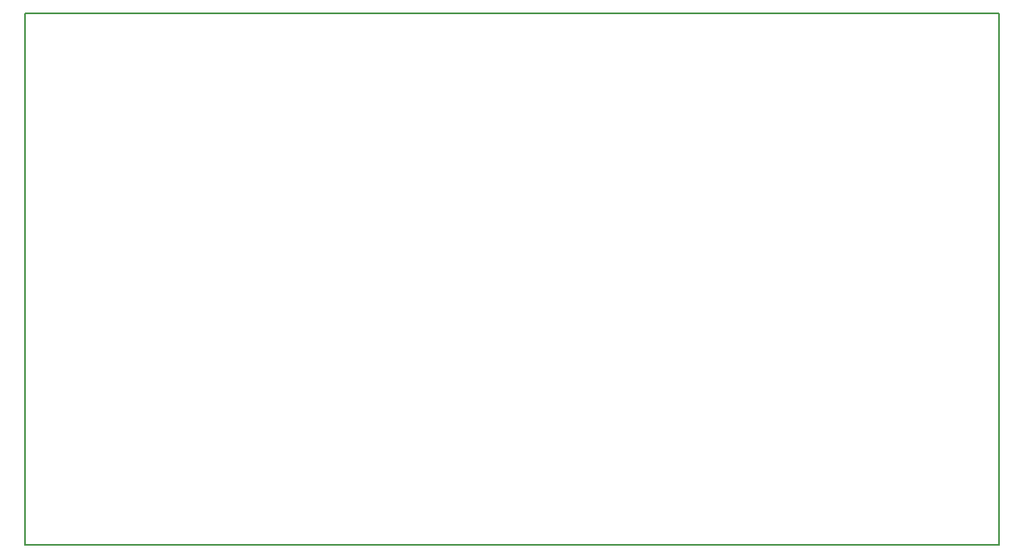
<source format=gbr>
G04 #@! TF.FileFunction,Profile,NP*
%FSLAX46Y46*%
G04 Gerber Fmt 4.6, Leading zero omitted, Abs format (unit mm)*
G04 Created by KiCad (PCBNEW 4.0.7) date 08/27/18 20:28:57*
%MOMM*%
%LPD*%
G01*
G04 APERTURE LIST*
%ADD10C,0.100000*%
%ADD11C,0.150000*%
G04 APERTURE END LIST*
D10*
D11*
X54000000Y-104000000D02*
X153000000Y-104000000D01*
X54000000Y-50000000D02*
X153000000Y-50000000D01*
X153000000Y-104000000D02*
X153000000Y-50000000D01*
X54000000Y-100000000D02*
X54000000Y-104000000D01*
X54000000Y-50000000D02*
X54000000Y-100000000D01*
M02*

</source>
